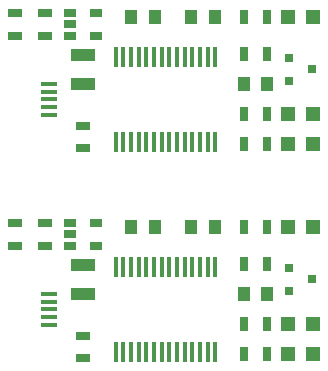
<source format=gtp>
G04 #@! TF.FileFunction,Paste,Top*
%FSLAX46Y46*%
G04 Gerber Fmt 4.6, Leading zero omitted, Abs format (unit mm)*
G04 Created by KiCad (PCBNEW 4.0.0-stable) date Monday, June 13, 2016 'PMt' 12:16:50 PM*
%MOMM*%
G01*
G04 APERTURE LIST*
%ADD10C,0.100000*%
%ADD11R,1.198880X1.198880*%
%ADD12R,0.800100X0.800100*%
%ADD13R,1.000000X1.250000*%
%ADD14R,0.450000X1.750000*%
%ADD15R,0.700000X1.300000*%
%ADD16R,1.060000X0.650000*%
%ADD17R,1.300000X0.700000*%
%ADD18R,1.350000X0.400000*%
%ADD19R,2.029460X1.140460*%
G04 APERTURE END LIST*
D10*
D11*
X26449020Y33020000D03*
X24350980Y33020000D03*
D12*
X24399240Y29525000D03*
X24399240Y27625000D03*
X26398220Y28575000D03*
D11*
X26449020Y22225000D03*
X24350980Y22225000D03*
X26449020Y24765000D03*
X24350980Y24765000D03*
D13*
X18145000Y33020000D03*
X16145000Y33020000D03*
D14*
X18195000Y29635000D03*
X17545000Y29635000D03*
X16895000Y29635000D03*
X16245000Y29635000D03*
X15595000Y29635000D03*
X14945000Y29635000D03*
X14295000Y29635000D03*
X13645000Y29635000D03*
X12995000Y29635000D03*
X12345000Y29635000D03*
X11695000Y29635000D03*
X11045000Y29635000D03*
X10395000Y29635000D03*
X9745000Y29635000D03*
X9745000Y22435000D03*
X10395000Y22435000D03*
X11045000Y22435000D03*
X11695000Y22435000D03*
X12345000Y22435000D03*
X12995000Y22435000D03*
X13645000Y22435000D03*
X14295000Y22435000D03*
X14945000Y22435000D03*
X15595000Y22435000D03*
X16245000Y22435000D03*
X16895000Y22435000D03*
X17545000Y22435000D03*
X18195000Y22435000D03*
D15*
X20640000Y33020000D03*
X22540000Y33020000D03*
X20640000Y22225000D03*
X22540000Y22225000D03*
X20640000Y29845000D03*
X22540000Y29845000D03*
X20640000Y24765000D03*
X22540000Y24765000D03*
D13*
X20590000Y27305000D03*
X22590000Y27305000D03*
X11065000Y33020000D03*
X13065000Y33020000D03*
D16*
X5885000Y33335000D03*
X5885000Y32385000D03*
X5885000Y31435000D03*
X8085000Y31435000D03*
X8085000Y33335000D03*
D17*
X1270000Y31435000D03*
X1270000Y33335000D03*
D18*
X4102540Y27335900D03*
X4102540Y26685900D03*
X4102540Y26035900D03*
X4102540Y25385900D03*
X4102540Y24735900D03*
D19*
X6985000Y27371040D03*
X6985000Y29778960D03*
D17*
X3810000Y31435000D03*
X3810000Y33335000D03*
X6985000Y21910000D03*
X6985000Y23810000D03*
D13*
X20590000Y9525000D03*
X22590000Y9525000D03*
D11*
X26449020Y6985000D03*
X24350980Y6985000D03*
X26449020Y4445000D03*
X24350980Y4445000D03*
D19*
X6985000Y9591040D03*
X6985000Y11998960D03*
D18*
X4102540Y9555900D03*
X4102540Y8905900D03*
X4102540Y8255900D03*
X4102540Y7605900D03*
X4102540Y6955900D03*
D12*
X24399240Y11745000D03*
X24399240Y9845000D03*
X26398220Y10795000D03*
D17*
X3810000Y13655000D03*
X3810000Y15555000D03*
X6985000Y4130000D03*
X6985000Y6030000D03*
X1270000Y13655000D03*
X1270000Y15555000D03*
D15*
X20640000Y12065000D03*
X22540000Y12065000D03*
X20640000Y6985000D03*
X22540000Y6985000D03*
X20640000Y4445000D03*
X22540000Y4445000D03*
D16*
X5885000Y15555000D03*
X5885000Y14605000D03*
X5885000Y13655000D03*
X8085000Y13655000D03*
X8085000Y15555000D03*
D14*
X18195000Y11855000D03*
X17545000Y11855000D03*
X16895000Y11855000D03*
X16245000Y11855000D03*
X15595000Y11855000D03*
X14945000Y11855000D03*
X14295000Y11855000D03*
X13645000Y11855000D03*
X12995000Y11855000D03*
X12345000Y11855000D03*
X11695000Y11855000D03*
X11045000Y11855000D03*
X10395000Y11855000D03*
X9745000Y11855000D03*
X9745000Y4655000D03*
X10395000Y4655000D03*
X11045000Y4655000D03*
X11695000Y4655000D03*
X12345000Y4655000D03*
X12995000Y4655000D03*
X13645000Y4655000D03*
X14295000Y4655000D03*
X14945000Y4655000D03*
X15595000Y4655000D03*
X16245000Y4655000D03*
X16895000Y4655000D03*
X17545000Y4655000D03*
X18195000Y4655000D03*
D13*
X11065000Y15240000D03*
X13065000Y15240000D03*
D11*
X26449020Y15240000D03*
X24350980Y15240000D03*
D15*
X20640000Y15240000D03*
X22540000Y15240000D03*
D13*
X18145000Y15240000D03*
X16145000Y15240000D03*
M02*

</source>
